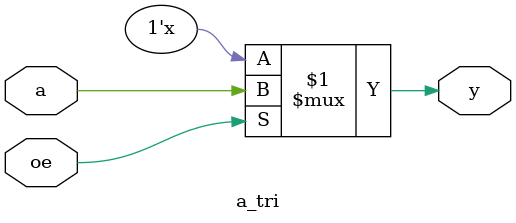
<source format=v>
/*******************************************************************
* This Program is the Confidential and Proprietary product of Altera Corp.    *
* Any unauthorized use,  reproduction or transfer of this program is strictly *
* prohibited. Copyright (c)  1994  by Altera Corp. All Rights Reserved.       *
*******************************************************************/
`celldefine

`timescale  1ns /  100ps
module a_tri (y, oe, a);
	parameter size =1;
	input
		oe,
		a;
	output
		y;
    bufif1 #1  
	 (y, a, oe);

specify

	// Synthesis parameters
	`ifdef SYNTH
     	specparam area = 1;
     	specparam capacitance$a = 1;
     	specparam capacitance$oe = 1;
	`endif

    // Path Delays
    (a => y) = (1.0,1.0);
    (oe => y) = (0.000,0.000,1.0,1.0,1.0,1.0);

endspecify

endmodule
`endcelldefine

</source>
